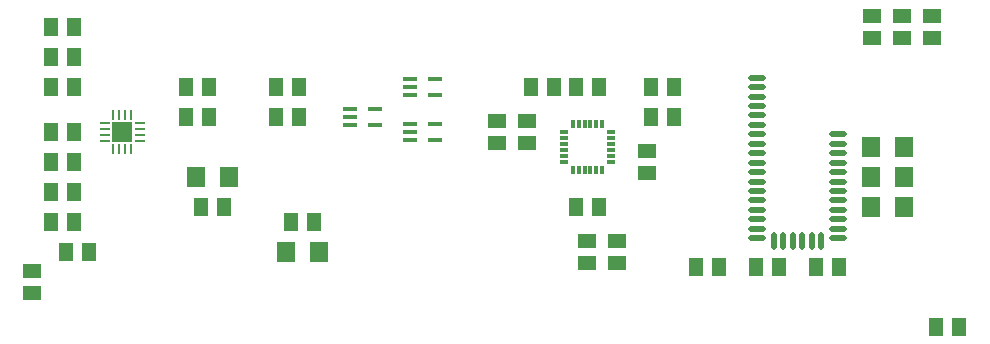
<source format=gtp>
G75*
%MOIN*%
%OFA0B0*%
%FSLAX24Y24*%
%IPPOS*%
%LPD*%
%AMOC8*
5,1,8,0,0,1.08239X$1,22.5*
%
%ADD10R,0.0315X0.0157*%
%ADD11R,0.0157X0.0315*%
%ADD12C,0.0197*%
%ADD13R,0.0591X0.0512*%
%ADD14R,0.0512X0.0591*%
%ADD15R,0.0630X0.0710*%
%ADD16R,0.0460X0.0140*%
%ADD17R,0.0330X0.0110*%
%ADD18R,0.0110X0.0330*%
%ADD19R,0.0670X0.0670*%
D10*
X020813Y011743D03*
X020813Y011940D03*
X020813Y012137D03*
X020813Y012333D03*
X020813Y012530D03*
X020813Y012727D03*
X022387Y012727D03*
X022387Y012530D03*
X022387Y012333D03*
X022387Y012137D03*
X022387Y011940D03*
X022387Y011743D03*
D11*
X022092Y011458D03*
X021895Y011458D03*
X021698Y011458D03*
X021502Y011458D03*
X021305Y011458D03*
X021108Y011458D03*
X021108Y013013D03*
X021305Y013013D03*
X021502Y013013D03*
X021698Y013013D03*
X021895Y013013D03*
X022092Y013013D03*
D12*
X027449Y012970D02*
X027449Y012970D01*
X027055Y012970D01*
X027055Y012970D01*
X027449Y012970D01*
X027449Y012655D02*
X027449Y012655D01*
X027055Y012655D01*
X027055Y012655D01*
X027449Y012655D01*
X027449Y012340D02*
X027449Y012340D01*
X027055Y012340D01*
X027055Y012340D01*
X027449Y012340D01*
X027449Y012025D02*
X027449Y012025D01*
X027055Y012025D01*
X027055Y012025D01*
X027449Y012025D01*
X027449Y011710D02*
X027449Y011710D01*
X027055Y011710D01*
X027055Y011710D01*
X027449Y011710D01*
X027449Y011396D02*
X027449Y011396D01*
X027055Y011396D01*
X027055Y011396D01*
X027449Y011396D01*
X027449Y011081D02*
X027449Y011081D01*
X027055Y011081D01*
X027055Y011081D01*
X027449Y011081D01*
X027449Y010766D02*
X027449Y010766D01*
X027055Y010766D01*
X027055Y010766D01*
X027449Y010766D01*
X027449Y010451D02*
X027449Y010451D01*
X027055Y010451D01*
X027055Y010451D01*
X027449Y010451D01*
X027449Y010136D02*
X027449Y010136D01*
X027055Y010136D01*
X027055Y010136D01*
X027449Y010136D01*
X027449Y009821D02*
X027449Y009821D01*
X027055Y009821D01*
X027055Y009821D01*
X027449Y009821D01*
X027449Y009506D02*
X027449Y009506D01*
X027055Y009506D01*
X027055Y009506D01*
X027449Y009506D01*
X027449Y009191D02*
X027449Y009191D01*
X027055Y009191D01*
X027055Y009191D01*
X027449Y009191D01*
X027813Y009289D02*
X027813Y009289D01*
X027813Y008895D01*
X027813Y008895D01*
X027813Y009289D01*
X027813Y009091D02*
X027813Y009091D01*
X027813Y009287D02*
X027813Y009287D01*
X028128Y009289D02*
X028128Y009289D01*
X028128Y008895D01*
X028128Y008895D01*
X028128Y009289D01*
X028128Y009091D02*
X028128Y009091D01*
X028128Y009287D02*
X028128Y009287D01*
X028443Y009289D02*
X028443Y009289D01*
X028443Y008895D01*
X028443Y008895D01*
X028443Y009289D01*
X028443Y009091D02*
X028443Y009091D01*
X028443Y009287D02*
X028443Y009287D01*
X028757Y008895D02*
X028757Y008895D01*
X028757Y009289D01*
X028757Y009289D01*
X028757Y008895D01*
X028757Y009091D02*
X028757Y009091D01*
X028757Y009287D02*
X028757Y009287D01*
X029072Y008895D02*
X029072Y008895D01*
X029072Y009289D01*
X029072Y009289D01*
X029072Y008895D01*
X029072Y009091D02*
X029072Y009091D01*
X029072Y009287D02*
X029072Y009287D01*
X029387Y008895D02*
X029387Y008895D01*
X029387Y009289D01*
X029387Y009289D01*
X029387Y008895D01*
X029387Y009091D02*
X029387Y009091D01*
X029387Y009287D02*
X029387Y009287D01*
X030145Y009191D02*
X030145Y009191D01*
X029751Y009191D01*
X029751Y009191D01*
X030145Y009191D01*
X030145Y009506D02*
X030145Y009506D01*
X029751Y009506D01*
X029751Y009506D01*
X030145Y009506D01*
X030145Y009821D02*
X030145Y009821D01*
X029751Y009821D01*
X029751Y009821D01*
X030145Y009821D01*
X030145Y010136D02*
X030145Y010136D01*
X029751Y010136D01*
X029751Y010136D01*
X030145Y010136D01*
X030145Y010451D02*
X030145Y010451D01*
X029751Y010451D01*
X029751Y010451D01*
X030145Y010451D01*
X030145Y010766D02*
X030145Y010766D01*
X029751Y010766D01*
X029751Y010766D01*
X030145Y010766D01*
X030145Y011081D02*
X030145Y011081D01*
X029751Y011081D01*
X029751Y011081D01*
X030145Y011081D01*
X030145Y011396D02*
X030145Y011396D01*
X029751Y011396D01*
X029751Y011396D01*
X030145Y011396D01*
X030145Y011710D02*
X030145Y011710D01*
X029751Y011710D01*
X029751Y011710D01*
X030145Y011710D01*
X030145Y012025D02*
X030145Y012025D01*
X029751Y012025D01*
X029751Y012025D01*
X030145Y012025D01*
X030145Y012340D02*
X030145Y012340D01*
X029751Y012340D01*
X029751Y012340D01*
X030145Y012340D01*
X030145Y012655D02*
X030145Y012655D01*
X029751Y012655D01*
X029751Y012655D01*
X030145Y012655D01*
X027449Y013285D02*
X027449Y013285D01*
X027055Y013285D01*
X027055Y013285D01*
X027449Y013285D01*
X027449Y013600D02*
X027449Y013600D01*
X027055Y013600D01*
X027055Y013600D01*
X027449Y013600D01*
X027449Y013915D02*
X027449Y013915D01*
X027055Y013915D01*
X027055Y013915D01*
X027449Y013915D01*
X027449Y014230D02*
X027449Y014230D01*
X027055Y014230D01*
X027055Y014230D01*
X027449Y014230D01*
X027449Y014545D02*
X027449Y014545D01*
X027055Y014545D01*
X027055Y014545D01*
X027449Y014545D01*
D13*
X003100Y007361D03*
X003100Y008109D03*
X018600Y012361D03*
X019600Y012361D03*
X019600Y013109D03*
X018600Y013109D03*
X023600Y012109D03*
X023600Y011361D03*
X022600Y009109D03*
X021600Y009109D03*
X021600Y008361D03*
X022600Y008361D03*
X031100Y015861D03*
X032100Y015861D03*
X033100Y015861D03*
X033100Y016609D03*
X032100Y016609D03*
X031100Y016609D03*
D14*
X024474Y014235D03*
X023726Y014235D03*
X023726Y013235D03*
X024474Y013235D03*
X021974Y014235D03*
X021226Y014235D03*
X020474Y014235D03*
X019726Y014235D03*
X021226Y010235D03*
X021974Y010235D03*
X025226Y008235D03*
X025974Y008235D03*
X027226Y008235D03*
X027974Y008235D03*
X029226Y008235D03*
X029974Y008235D03*
X033226Y006235D03*
X033974Y006235D03*
X012474Y009735D03*
X011726Y009735D03*
X009474Y010235D03*
X008726Y010235D03*
X004974Y008735D03*
X004226Y008735D03*
X004474Y009735D03*
X003726Y009735D03*
X003726Y010735D03*
X004474Y010735D03*
X004474Y011735D03*
X003726Y011735D03*
X003726Y012735D03*
X004474Y012735D03*
X004474Y014235D03*
X003726Y014235D03*
X003726Y015235D03*
X004474Y015235D03*
X004474Y016235D03*
X003726Y016235D03*
X008226Y014235D03*
X008974Y014235D03*
X008974Y013235D03*
X008226Y013235D03*
X011226Y013235D03*
X011974Y013235D03*
X011974Y014235D03*
X011226Y014235D03*
D15*
X009660Y011235D03*
X008540Y011235D03*
X011540Y008735D03*
X012660Y008735D03*
X031040Y010235D03*
X032160Y010235D03*
X032160Y011235D03*
X031040Y011235D03*
X031040Y012235D03*
X032160Y012235D03*
D16*
X016510Y012475D03*
X016510Y012995D03*
X015690Y012995D03*
X015690Y012735D03*
X015690Y012475D03*
X014510Y012975D03*
X013690Y012975D03*
X013690Y013235D03*
X013690Y013495D03*
X014510Y013495D03*
X015690Y013975D03*
X015690Y014235D03*
X015690Y014495D03*
X016510Y014495D03*
X016510Y013975D03*
D17*
X006680Y013035D03*
X006680Y012835D03*
X006680Y012635D03*
X006680Y012435D03*
X005520Y012435D03*
X005520Y012635D03*
X005520Y012835D03*
X005520Y013035D03*
D18*
X005800Y013315D03*
X006000Y013315D03*
X006200Y013315D03*
X006400Y013315D03*
X006400Y012155D03*
X006200Y012155D03*
X006000Y012155D03*
X005800Y012155D03*
D19*
X006100Y012735D03*
M02*

</source>
